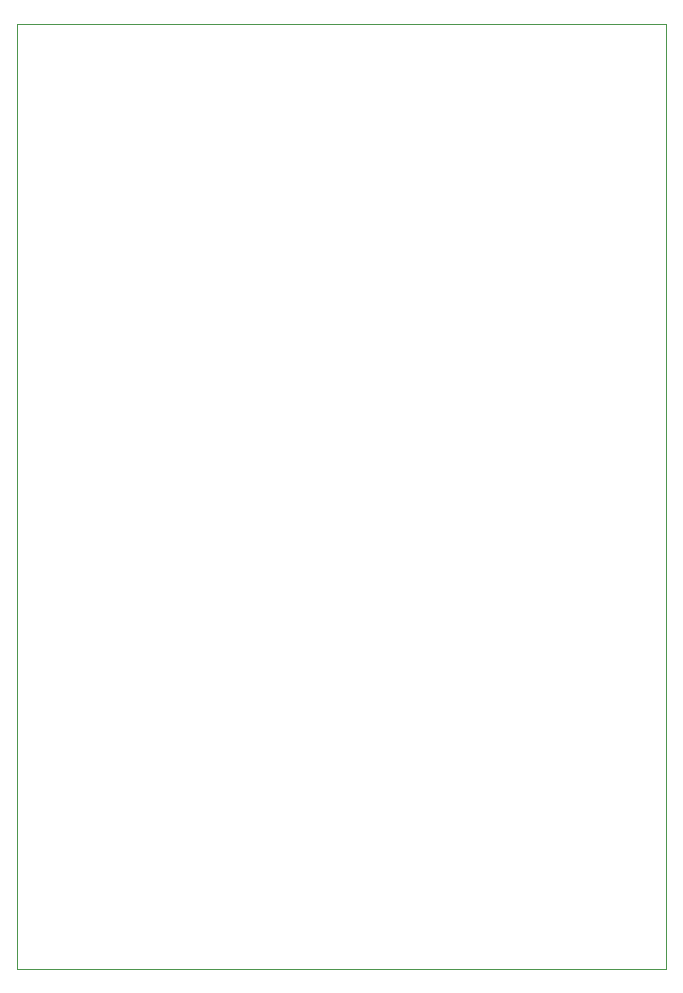
<source format=gm1>
G04 #@! TF.GenerationSoftware,KiCad,Pcbnew,5.1.6+dfsg1-1~bpo9+1*
G04 #@! TF.CreationDate,2022-04-20T22:27:00+02:00*
G04 #@! TF.ProjectId,sdrtrx-powerswitch,73647274-7278-42d7-906f-776572737769,rev?*
G04 #@! TF.SameCoordinates,Original*
G04 #@! TF.FileFunction,Profile,NP*
%FSLAX46Y46*%
G04 Gerber Fmt 4.6, Leading zero omitted, Abs format (unit mm)*
G04 Created by KiCad (PCBNEW 5.1.6+dfsg1-1~bpo9+1) date 2022-04-20 22:27:00*
%MOMM*%
%LPD*%
G01*
G04 APERTURE LIST*
G04 #@! TA.AperFunction,Profile*
%ADD10C,0.050000*%
G04 #@! TD*
G04 APERTURE END LIST*
D10*
X70000000Y-55000000D02*
X125000000Y-55000000D01*
X125000000Y-135000000D02*
X125000000Y-55000000D01*
X70000000Y-135000000D02*
X70000000Y-55000000D01*
X70000000Y-135000000D02*
X125000000Y-135000000D01*
M02*

</source>
